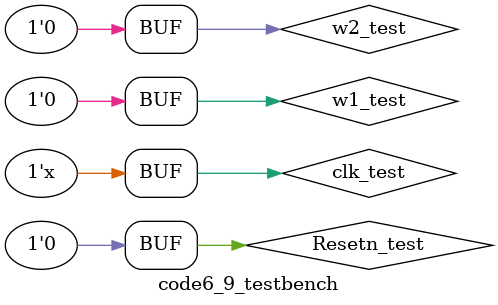
<source format=v>
`timescale 1ns/1ps

module code6_9_testbench;

  reg clk_test, Resetn_test, w1_test, w2_test;
  wire z_test;

  initial begin
    clk_test = 0;
    Resetn_test = 0;
    w1_test = 0;
    w2_test = 0;
  end

  always #10 clk_test  = ~clk_test ;

  initial begin
    #10;
    Resetn_test = 1;
    w1_test = 0;    
    w2_test = 0;
    #20 w1_test = 1;w2_test = 0;
    #20 w1_test = 0;w2_test = 1;
    #20 w1_test = 1;w2_test = 0;
    #20 w1_test = 0;w2_test = 1;
    //90ns之后是题目示例数据
    #20 w1_test = 0;w2_test = 1;
    #20 w1_test = 1;w2_test = 1;
    #20 w1_test = 1;w2_test = 1;
    #20 w1_test = 0;w2_test = 0;
    #20 w1_test = 1;w2_test = 1;//此处z开始为1
    #20 w1_test = 1;w2_test = 0;
    #20 w1_test = 1;w2_test = 1;
    #20 w1_test = 0;w2_test = 0;
    #20 w1_test = 0;w2_test = 0;
    #20 w1_test = 0;w2_test = 0;//此处z开始为1
    #20 w1_test = 1;w2_test = 1;
    #20 w1_test = 1;w2_test = 1;
    #20 w1_test = 0;w2_test = 1;

    #20 w1_test = 1;w2_test = 0;
    #20 w1_test = 0;w2_test = 1;
    #20 w1_test = 1;w2_test = 0;
    #20 w1_test = 0;w2_test = 1;
    #20 w1_test = 0;w2_test = 0;
    #20 w1_test = 0;w2_test = 0;
    #20 w1_test = 0;w2_test = 0;
    #20 w1_test = 0;w2_test = 0;
    #20 w1_test = 1;w2_test = 1;

    #20 w1_test = 0;w2_test = 1;
    Resetn_test = 0;//测试复位信号
    #20 w1_test = 1;w2_test = 1;
    #20 w1_test = 1;w2_test = 1;
    #20 w1_test = 1;w2_test = 1;
    #20 w1_test = 1;w2_test = 1;
    #20 w1_test = 0;w2_test = 0;
    #20 w1_test = 1;w2_test = 1;
    #20 w1_test = 1;w2_test = 1;
    #20 w1_test = 0;w2_test = 0;
  end

  code6_9 UUT_code6_9 (
    .Clock(clk_test),
    .Resetn(Resetn_test),
    .w1(w1_test),
    .w2(w2_test),
    .z(z_test)
  );
endmodule

</source>
